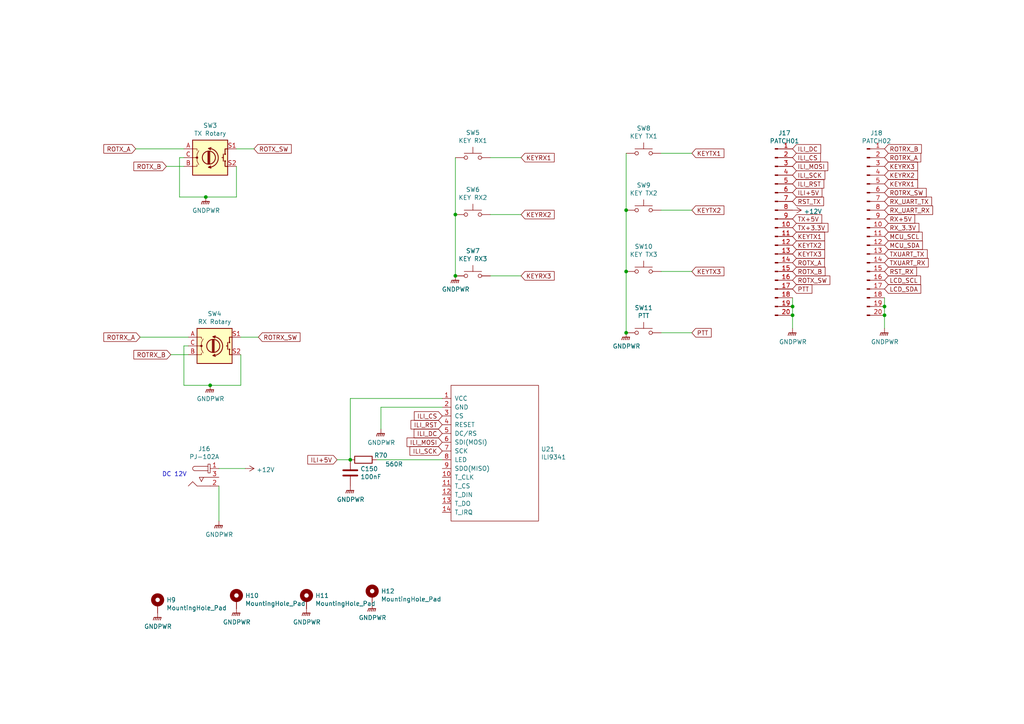
<source format=kicad_sch>
(kicad_sch (version 20231120) (generator "eeschema") (generator_version "8.0")
  (paper "A4")
  (lib_symbols
    (symbol "Device:C" (pin_numbers hide) (pin_names (offset 0.254))
      (property "Reference" "C" (at 0.635 2.54 0))
      (property "Value" "C" (at 0.635 -2.54 0))
      (symbol "C_0_1"
        (polyline (pts (xy -2.032 -0.762) (xy 2.032 -0.762)) (stroke (width 0.508)))
        (polyline (pts (xy -2.032 0.762) (xy 2.032 0.762)) (stroke (width 0.508)))
      )
      (symbol "C_1_1"
        (pin passive line (at 0 3.81 270) (length 2.794) (name "~") (number "1"))
        (pin passive line (at 0 -3.81 90) (length 2.794) (name "~") (number "2"))
      )
    )
    (symbol "Device:R" (pin_numbers hide) (pin_names (offset 0))
      (property "Reference" "R" (at 2.032 0 90))
      (property "Value" "R" (at 0 0 90))
      (symbol "R_0_1"
        (rectangle (start -1.016 -2.54) (end 1.016 2.54) (stroke (width 0.254)))
      )
      (symbol "R_1_1"
        (pin passive line (at 0 3.81 270) (length 1.27) (name "~") (number "1"))
        (pin passive line (at 0 -3.81 90) (length 1.27) (name "~") (number "2"))
      )
    )
    (symbol "ILI9341:ILI9341" (pin_names (offset 1.016))
      (property "Reference" "U" (at 11.43 -7.62 0))
      (property "Value" "ILI9341" (at 11.43 -11.43 0))
      (symbol "ILI9341_0_1"
        (rectangle (start -3.81 7.62) (end 21.59 -31.75))
      )
      (symbol "ILI9341_1_1"
        (pin input line (at -6.35 3.81 0) (length 2.54) (name "VCC") (number "1"))
        (pin input line (at -6.35 -19.05 0) (length 2.54) (name "T_CLK") (number "10"))
        (pin input line (at -6.35 -21.59 0) (length 2.54) (name "T_CS") (number "11"))
        (pin input line (at -6.35 -24.13 0) (length 2.54) (name "T_DIN") (number "12"))
        (pin input line (at -6.35 -26.67 0) (length 2.54) (name "T_DO") (number "13"))
        (pin input line (at -6.35 -29.21 0) (length 2.54) (name "T_IRQ") (number "14"))
        (pin input line (at -6.35 1.27 0) (length 2.54) (name "GND") (number "2"))
        (pin input line (at -6.35 -1.27 0) (length 2.54) (name "CS") (number "3"))
        (pin input line (at -6.35 -3.81 0) (length 2.54) (name "RESET") (number "4"))
        (pin input line (at -6.35 -6.35 0) (length 2.54) (name "DC/RS") (number "5"))
        (pin input line (at -6.35 -8.89 0) (length 2.54) (name "SDI(MOSI)") (number "6"))
        (pin input line (at -6.35 -11.43 0) (length 2.54) (name "SCK") (number "7"))
        (pin input line (at -6.35 -13.97 0) (length 2.54) (name "LED") (number "8"))
        (pin input line (at -6.35 -16.51 0) (length 2.54) (name "SDO(MISO)") (number "9"))
      )
    )
    (symbol "Mechanical:MountingHole_Pad" (pin_numbers hide) (pin_names (offset 1.016) hide) (exclude_from_sim yes) (in_bom no)
      (property "Reference" "H" (at 0 6.35 0))
      (property "Value" "MountingHole_Pad" (at 0 4.445 0))
      (symbol "MountingHole_Pad_0_1"
        (circle (center 0 1.27) (radius 1.27) (stroke (width 1.27)))
      )
      (symbol "MountingHole_Pad_1_1"
        (pin input line (at 0 -2.54 90) (length 2.54) (name "1") (number "1"))
      )
    )
    (symbol "QO100_TX-rescue:+12V-power" (power) (pin_names (offset 0))
      (property "Value" "power_+12V" (at 0 3.556 0))
      (symbol "+12V-power_0_1"
        (polyline (pts (xy -0.762 1.27) (xy 0 2.54)))
        (polyline (pts (xy 0 0) (xy 0 2.54)))
        (polyline (pts (xy 0 2.54) (xy 0.762 1.27)))
      )
      (symbol "+12V-power_1_1"
        (pin power_in line (at 0 0 90) (length 0) hide (name "+12V") (number "1"))
      )
    )
    (symbol "QO100_TX-rescue:Conn_01x20_Male-Connector" (pin_names (offset 1.016) hide)
      (property "Reference" "J" (at 0 25.4 0))
      (property "Value" "Connector_Conn_01x20_Male" (at 0 -27.94 0))
      (symbol "Conn_01x20_Male-Connector_1_1"
        (polyline (pts (xy 1.27 -25.4) (xy 0.8636 -25.4)) (stroke (width 0.1524)))
        (polyline (pts (xy 1.27 -22.86) (xy 0.8636 -22.86)) (stroke (width 0.1524)))
        (polyline (pts (xy 1.27 -20.32) (xy 0.8636 -20.32)) (stroke (width 0.1524)))
        (polyline (pts (xy 1.27 -17.78) (xy 0.8636 -17.78)) (stroke (width 0.1524)))
        (polyline (pts (xy 1.27 -15.24) (xy 0.8636 -15.24)) (stroke (width 0.1524)))
        (polyline (pts (xy 1.27 -12.7) (xy 0.8636 -12.7)) (stroke (width 0.1524)))
        (polyline (pts (xy 1.27 -10.16) (xy 0.8636 -10.16)) (stroke (width 0.1524)))
        (polyline (pts (xy 1.27 -7.62) (xy 0.8636 -7.62)) (stroke (width 0.1524)))
        (polyline (pts (xy 1.27 -5.08) (xy 0.8636 -5.08)) (stroke (width 0.1524)))
        (polyline (pts (xy 1.27 -2.54) (xy 0.8636 -2.54)) (stroke (width 0.1524)))
        (polyline (pts (xy 1.27 0) (xy 0.8636 0)) (stroke (width 0.1524)))
        (polyline (pts (xy 1.27 2.54) (xy 0.8636 2.54)) (stroke (width 0.1524)))
        (polyline (pts (xy 1.27 5.08) (xy 0.8636 5.08)) (stroke (width 0.1524)))
        (polyline (pts (xy 1.27 7.62) (xy 0.8636 7.62)) (stroke (width 0.1524)))
        (polyline (pts (xy 1.27 10.16) (xy 0.8636 10.16)) (stroke (width 0.1524)))
        (polyline (pts (xy 1.27 12.7) (xy 0.8636 12.7)) (stroke (width 0.1524)))
        (polyline (pts (xy 1.27 15.24) (xy 0.8636 15.24)) (stroke (width 0.1524)))
        (polyline (pts (xy 1.27 17.78) (xy 0.8636 17.78)) (stroke (width 0.1524)))
        (polyline (pts (xy 1.27 20.32) (xy 0.8636 20.32)) (stroke (width 0.1524)))
        (polyline (pts (xy 1.27 22.86) (xy 0.8636 22.86)) (stroke (width 0.1524)))
        (rectangle (start 0.8636 -25.273) (end 0 -25.527) (stroke (width 0.1524)) (fill (type outline)))
        (rectangle (start 0.8636 -22.733) (end 0 -22.987) (stroke (width 0.1524)) (fill (type outline)))
        (rectangle (start 0.8636 -20.193) (end 0 -20.447) (stroke (width 0.1524)) (fill (type outline)))
        (rectangle (start 0.8636 -17.653) (end 0 -17.907) (stroke (width 0.1524)) (fill (type outline)))
        (rectangle (start 0.8636 -15.113) (end 0 -15.367) (stroke (width 0.1524)) (fill (type outline)))
        (rectangle (start 0.8636 -12.573) (end 0 -12.827) (stroke (width 0.1524)) (fill (type outline)))
        (rectangle (start 0.8636 -10.033) (end 0 -10.287) (stroke (width 0.1524)) (fill (type outline)))
        (rectangle (start 0.8636 -7.493) (end 0 -7.747) (stroke (width 0.1524)) (fill (type outline)))
        (rectangle (start 0.8636 -4.953) (end 0 -5.207) (stroke (width 0.1524)) (fill (type outline)))
        (rectangle (start 0.8636 -2.413) (end 0 -2.667) (stroke (width 0.1524)) (fill (type outline)))
        (rectangle (start 0.8636 0.127) (end 0 -0.127) (stroke (width 0.1524)) (fill (type outline)))
        (rectangle (start 0.8636 2.667) (end 0 2.413) (stroke (width 0.1524)) (fill (type outline)))
        (rectangle (start 0.8636 5.207) (end 0 4.953) (stroke (width 0.1524)) (fill (type outline)))
        (rectangle (start 0.8636 7.747) (end 0 7.493) (stroke (width 0.1524)) (fill (type outline)))
        (rectangle (start 0.8636 10.287) (end 0 10.033) (stroke (width 0.1524)) (fill (type outline)))
        (rectangle (start 0.8636 12.827) (end 0 12.573) (stroke (width 0.1524)) (fill (type outline)))
        (rectangle (start 0.8636 15.367) (end 0 15.113) (stroke (width 0.1524)) (fill (type outline)))
        (rectangle (start 0.8636 17.907) (end 0 17.653) (stroke (width 0.1524)) (fill (type outline)))
        (rectangle (start 0.8636 20.447) (end 0 20.193) (stroke (width 0.1524)) (fill (type outline)))
        (rectangle (start 0.8636 22.987) (end 0 22.733) (stroke (width 0.1524)) (fill (type outline)))
        (pin passive line (at 5.08 22.86 180) (length 3.81) (name "Pin_1") (number "1"))
        (pin passive line (at 5.08 0 180) (length 3.81) (name "Pin_10") (number "10"))
        (pin passive line (at 5.08 -2.54 180) (length 3.81) (name "Pin_11") (number "11"))
        (pin passive line (at 5.08 -5.08 180) (length 3.81) (name "Pin_12") (number "12"))
        (pin passive line (at 5.08 -7.62 180) (length 3.81) (name "Pin_13") (number "13"))
        (pin passive line (at 5.08 -10.16 180) (length 3.81) (name "Pin_14") (number "14"))
        (pin passive line (at 5.08 -12.7 180) (length 3.81) (name "Pin_15") (number "15"))
        (pin passive line (at 5.08 -15.24 180) (length 3.81) (name "Pin_16") (number "16"))
        (pin passive line (at 5.08 -17.78 180) (length 3.81) (name "Pin_17") (number "17"))
        (pin passive line (at 5.08 -20.32 180) (length 3.81) (name "Pin_18") (number "18"))
        (pin passive line (at 5.08 -22.86 180) (length 3.81) (name "Pin_19") (number "19"))
        (pin passive line (at 5.08 20.32 180) (length 3.81) (name "Pin_2") (number "2"))
        (pin passive line (at 5.08 -25.4 180) (length 3.81) (name "Pin_20") (number "20"))
        (pin passive line (at 5.08 17.78 180) (length 3.81) (name "Pin_3") (number "3"))
        (pin passive line (at 5.08 15.24 180) (length 3.81) (name "Pin_4") (number "4"))
        (pin passive line (at 5.08 12.7 180) (length 3.81) (name "Pin_5") (number "5"))
        (pin passive line (at 5.08 10.16 180) (length 3.81) (name "Pin_6") (number "6"))
        (pin passive line (at 5.08 7.62 180) (length 3.81) (name "Pin_7") (number "7"))
        (pin passive line (at 5.08 5.08 180) (length 3.81) (name "Pin_8") (number "8"))
        (pin passive line (at 5.08 2.54 180) (length 3.81) (name "Pin_9") (number "9"))
      )
    )
    (symbol "QO100_TX-rescue:GNDPWR-power" (power) (pin_names (offset 0))
      (property "Value" "power_GNDPWR" (at 0 -3.302 0))
      (symbol "GNDPWR-power_0_1"
        (polyline (pts (xy 0 -1.27) (xy 0 0)))
        (polyline (pts (xy -1.016 -1.27) (xy -1.27 -2.032) (xy -1.27 -2.032)) (stroke (width 0.2032)))
        (polyline (pts (xy -0.508 -1.27) (xy -0.762 -2.032) (xy -0.762 -2.032)) (stroke (width 0.2032)))
        (polyline (pts (xy 0 -1.27) (xy -0.254 -2.032) (xy -0.254 -2.032)) (stroke (width 0.2032)))
        (polyline (pts (xy 0.508 -1.27) (xy 0.254 -2.032) (xy 0.254 -2.032)) (stroke (width 0.2032)))
        (polyline (pts (xy 1.016 -1.27) (xy -1.016 -1.27) (xy -1.016 -1.27)) (stroke (width 0.2032)))
        (polyline (pts (xy 1.016 -1.27) (xy 0.762 -2.032) (xy 0.762 -2.032) (xy 0.762 -2.032)) (stroke (width 0.2032)))
      )
      (symbol "GNDPWR-power_1_1"
        (pin power_in line (at 0 0 270) (length 0) hide (name "GNDPWR") (number "1"))
      )
    )
    (symbol "QO100_TX-rescue:PJ-102A-dk_Barrel-Power-Connectors" (pin_names (offset 1.016))
      (property "Reference" "J" (at 0 2.54 0))
      (property "Value" "dk_Barrel-Power-Connectors_PJ-102A" (at 0 -6.35 0))
      (symbol "PJ-102A-dk_Barrel-Power-Connectors_0_1"
        (arc (start -4.445 0.635) (mid -5.08 0) (end -4.445 -0.635))
        (rectangle (start -0.635 1.27) (end 0 -1.27))
        (polyline (pts (xy -0.635 -0.635) (xy -4.445 -0.635)))
        (polyline (pts (xy -0.635 0.635) (xy -4.445 0.635)))
        (polyline (pts (xy 0 -2.54) (xy -1.27 -2.54) (xy -2.54 -2.54)))
        (polyline (pts (xy 0 -5.08) (xy -3.81 -5.08) (xy -5.08 -3.81) (xy -6.35 -5.08)))
        (polyline (pts (xy -2.54 -2.54) (xy -3.175 -2.54) (xy -2.54 -3.81) (xy -1.905 -2.54) (xy -2.54 -2.54)))
      )
      (symbol "PJ-102A-dk_Barrel-Power-Connectors_1_1"
        (pin passive line (at 2.54 0 180) (length 2.54) (name "~") (number "1"))
        (pin passive line (at 2.54 -5.08 180) (length 2.54) (name "~") (number "2"))
        (pin passive line (at 2.54 -2.54 180) (length 2.54) (name "~") (number "3"))
      )
    )
    (symbol "QO100_TX-rescue:Rotary_Encoder_Switch-Device" (pin_names (offset 0.254) hide)
      (property "Reference" "SW" (at 0 6.604 0))
      (property "Value" "Device_Rotary_Encoder_Switch" (at 0 -6.604 0))
      (symbol "Rotary_Encoder_Switch-Device_0_1"
        (rectangle (start -5.08 5.08) (end 5.08 -5.08) (stroke (width 0.254)) (fill (type background)))
        (circle (center -3.81 0) (radius 0.254) (fill (type outline)))
        (arc (start -0.381 -2.794) (mid 2.3622 -0.0508) (end -0.381 2.667) (stroke (width 0.254)))
        (circle (center -0.381 0) (radius 1.905) (stroke (width 0.254)))
        (polyline (pts (xy -0.635 -1.778) (xy -0.635 1.778)) (stroke (width 0.254)))
        (polyline (pts (xy -0.381 -1.778) (xy -0.381 1.778)) (stroke (width 0.254)))
        (polyline (pts (xy -0.127 1.778) (xy -0.127 -1.778)) (stroke (width 0.254)))
        (polyline (pts (xy 3.81 0) (xy 3.429 0)) (stroke (width 0.254)))
        (polyline (pts (xy 3.81 1.016) (xy 3.81 -1.016)) (stroke (width 0.254)))
        (polyline (pts (xy -5.08 -2.54) (xy -3.81 -2.54) (xy -3.81 -2.032)))
        (polyline (pts (xy -5.08 2.54) (xy -3.81 2.54) (xy -3.81 2.032)))
        (polyline (pts (xy 0.254 -3.048) (xy -0.508 -2.794) (xy 0.127 -2.413)) (stroke (width 0.254)))
        (polyline (pts (xy 0.254 2.921) (xy -0.508 2.667) (xy 0.127 2.286)) (stroke (width 0.254)))
        (polyline (pts (xy 5.08 -2.54) (xy 4.318 -2.54) (xy 4.318 -1.016)) (stroke (width 0.254)))
        (polyline (pts (xy 5.08 2.54) (xy 4.318 2.54) (xy 4.318 1.016)) (stroke (width 0.254)))
        (polyline (pts (xy -5.08 0) (xy -3.81 0) (xy -3.81 -1.016) (xy -3.302 -2.032)))
        (polyline (pts (xy -4.318 0) (xy -3.81 0) (xy -3.81 1.016) (xy -3.302 2.032)))
        (circle (center 4.318 -1.016) (radius 0.127) (stroke (width 0.254)))
        (circle (center 4.318 1.016) (radius 0.127) (stroke (width 0.254)))
      )
      (symbol "Rotary_Encoder_Switch-Device_1_1"
        (pin passive line (at -7.62 2.54 0) (length 2.54) (name "A") (number "A"))
        (pin passive line (at -7.62 -2.54 0) (length 2.54) (name "B") (number "B"))
        (pin passive line (at -7.62 0 0) (length 2.54) (name "C") (number "C"))
        (pin passive line (at 7.62 2.54 180) (length 2.54) (name "S1") (number "S1"))
        (pin passive line (at 7.62 -2.54 180) (length 2.54) (name "S2") (number "S2"))
      )
    )
    (symbol "Switch:SW_Push" (pin_numbers hide) (pin_names (offset 1.016) hide)
      (property "Reference" "SW" (at 1.27 2.54 0))
      (property "Value" "SW_Push" (at 0 -1.524 0))
      (symbol "SW_Push_0_1"
        (circle (center -2.032 0) (radius 0.508))
        (polyline (pts (xy 0 1.27) (xy 0 3.048)))
        (polyline (pts (xy 2.54 1.27) (xy -2.54 1.27)))
        (circle (center 2.032 0) (radius 0.508))
        (pin passive line (at -5.08 0 0) (length 2.54) (name "1") (number "1"))
        (pin passive line (at 5.08 0 180) (length 2.54) (name "2") (number "2"))
      )
    )
  )
  (junction (at 256.54 88.9))
  (junction (at 181.61 78.74))
  (junction (at 229.87 91.44))
  (junction (at 59.69 57.15))
  (junction (at 132.08 80.01))
  (junction (at 132.08 62.23))
  (junction (at 181.61 60.96))
  (junction (at 60.96 111.76))
  (junction (at 101.6 133.35))
  (junction (at 181.61 96.52))
  (junction (at 229.87 88.9))
  (junction (at 256.54 91.44))
  (wire (pts (xy 191.77 96.52) (xy 200.66 96.52)))
  (wire (pts (xy 191.77 60.96) (xy 200.66 60.96)))
  (wire (pts (xy 68.58 43.18) (xy 73.66 43.18)))
  (wire (pts (xy 69.85 111.76) (xy 60.96 111.76)))
  (wire (pts (xy 142.24 80.01) (xy 151.13 80.01)))
  (wire (pts (xy 181.61 44.45) (xy 181.61 60.96)))
  (wire (pts (xy 191.77 78.74) (xy 200.66 78.74)))
  (wire (pts (xy 52.07 45.72) (xy 52.07 57.15)))
  (wire (pts (xy 53.34 100.33) (xy 53.34 111.76)))
  (wire (pts (xy 53.34 45.72) (xy 52.07 45.72)))
  (wire (pts (xy 101.6 115.57) (xy 128.27 115.57)))
  (wire (pts (xy 256.54 95.25) (xy 256.54 91.44)))
  (wire (pts (xy 109.22 133.35) (xy 128.27 133.35)))
  (wire (pts (xy 256.54 91.44) (xy 256.54 88.9)))
  (wire (pts (xy 181.61 78.74) (xy 181.61 96.52)))
  (wire (pts (xy 48.26 48.26) (xy 53.34 48.26)))
  (wire (pts (xy 128.27 118.11) (xy 110.49 118.11)))
  (wire (pts (xy 49.53 102.87) (xy 54.61 102.87)))
  (wire (pts (xy 69.85 97.79) (xy 74.93 97.79)))
  (wire (pts (xy 54.61 97.79) (xy 40.64 97.79)))
  (wire (pts (xy 60.96 111.76) (xy 53.34 111.76)))
  (wire (pts (xy 132.08 45.72) (xy 132.08 62.23)))
  (wire (pts (xy 132.08 62.23) (xy 132.08 80.01)))
  (wire (pts (xy 142.24 45.72) (xy 151.13 45.72)))
  (wire (pts (xy 68.58 48.26) (xy 68.58 57.15)))
  (wire (pts (xy 110.49 118.11) (xy 110.49 124.46)))
  (wire (pts (xy 181.61 60.96) (xy 181.61 78.74)))
  (wire (pts (xy 63.5 135.89) (xy 71.12 135.89)))
  (wire (pts (xy 101.6 133.35) (xy 101.6 115.57)))
  (wire (pts (xy 97.79 133.35) (xy 101.6 133.35)))
  (wire (pts (xy 142.24 62.23) (xy 151.13 62.23)))
  (wire (pts (xy 69.85 102.87) (xy 69.85 111.76)))
  (wire (pts (xy 59.69 57.15) (xy 52.07 57.15)))
  (wire (pts (xy 53.34 43.18) (xy 39.37 43.18)))
  (wire (pts (xy 229.87 91.44) (xy 229.87 95.25)))
  (wire (pts (xy 54.61 100.33) (xy 53.34 100.33)))
  (wire (pts (xy 68.58 57.15) (xy 59.69 57.15)))
  (wire (pts (xy 63.5 140.97) (xy 63.5 151.13)))
  (wire (pts (xy 229.87 91.44) (xy 229.87 88.9)))
  (wire (pts (xy 229.87 86.36) (xy 229.87 88.9)))
  (wire (pts (xy 191.77 44.45) (xy 200.66 44.45)))
  (wire (pts (xy 256.54 88.9) (xy 256.54 86.36)))
  (text "DC 12V" (at 46.99 138.43 0) (effects (font (size 1.27 1.27)) (justify left bottom)))
  (global_label "KEYTX2" (shape input) (at 200.66 60.96 0) (property "Intersheetrefs" "${INTERSHEET_REFS}" (effects (hide yes))))
  (global_label "ILI+5V" (shape input) (at 97.79 133.35 180) (property "Intersheetrefs" "${INTERSHEET_REFS}" (effects (hide yes))))
  (global_label "ILI+5V" (shape input) (at 229.87 55.88 0) (property "Intersheetrefs" "${INTERSHEET_REFS}" (effects (hide yes))))
  (global_label "TX+5V" (shape input) (at 229.87 63.5 0) (property "Intersheetrefs" "${INTERSHEET_REFS}" (effects (hide yes))))
  (global_label "KEYTX1" (shape input) (at 200.66 44.45 0) (property "Intersheetrefs" "${INTERSHEET_REFS}" (effects (hide yes))))
  (global_label "KEYTX3" (shape input) (at 200.66 78.74 0) (property "Intersheetrefs" "${INTERSHEET_REFS}" (effects (hide yes))))
  (global_label "TXUART_TX" (shape input) (at 256.54 73.66 0) (property "Intersheetrefs" "${INTERSHEET_REFS}" (effects (hide yes))))
  (global_label "KEYTX1" (shape input) (at 229.87 68.58 0) (property "Intersheetrefs" "${INTERSHEET_REFS}" (effects (hide yes))))
  (global_label "ROTRX_B" (shape input) (at 49.53 102.87 180) (property "Intersheetrefs" "${INTERSHEET_REFS}" (effects (hide yes))))
  (global_label "RST_RX" (shape input) (at 256.54 78.74 0) (property "Intersheetrefs" "${INTERSHEET_REFS}" (effects (hide yes))))
  (global_label "ROTX_B" (shape input) (at 48.26 48.26 180) (property "Intersheetrefs" "${INTERSHEET_REFS}" (effects (hide yes))))
  (global_label "RX_UART_RX" (shape input) (at 256.54 60.96 0) (property "Intersheetrefs" "${INTERSHEET_REFS}" (effects (hide yes))))
  (global_label "ILI_SCK" (shape input) (at 229.87 50.8 0) (property "Intersheetrefs" "${INTERSHEET_REFS}" (effects (hide yes))))
  (global_label "KEYRX1" (shape input) (at 256.54 53.34 0) (property "Intersheetrefs" "${INTERSHEET_REFS}" (effects (hide yes))))
  (global_label "ROTX_A" (shape input) (at 39.37 43.18 180) (property "Intersheetrefs" "${INTERSHEET_REFS}" (effects (hide yes))))
  (global_label "ILI_CS" (shape input) (at 128.27 120.65 180) (property "Intersheetrefs" "${INTERSHEET_REFS}" (effects (hide yes))))
  (global_label "ROTRX_A" (shape input) (at 40.64 97.79 180) (property "Intersheetrefs" "${INTERSHEET_REFS}" (effects (hide yes))))
  (global_label "ILI_DC" (shape input) (at 229.87 43.18 0) (property "Intersheetrefs" "${INTERSHEET_REFS}" (effects (hide yes))))
  (global_label "MCU_SDA" (shape input) (at 256.54 71.12 0) (property "Intersheetrefs" "${INTERSHEET_REFS}" (effects (hide yes))))
  (global_label "ROTX_SW" (shape input) (at 229.87 81.28 0) (property "Intersheetrefs" "${INTERSHEET_REFS}" (effects (hide yes))))
  (global_label "KEYRX3" (shape input) (at 151.13 80.01 0) (property "Intersheetrefs" "${INTERSHEET_REFS}" (effects (hide yes))))
  (global_label "ILI_RST" (shape input) (at 229.87 53.34 0) (property "Intersheetrefs" "${INTERSHEET_REFS}" (effects (hide yes))))
  (global_label "TX+3.3V" (shape input) (at 229.87 66.04 0) (property "Intersheetrefs" "${INTERSHEET_REFS}" (effects (hide yes))))
  (global_label "KEYRX2" (shape input) (at 151.13 62.23 0) (property "Intersheetrefs" "${INTERSHEET_REFS}" (effects (hide yes))))
  (global_label "KEYRX1" (shape input) (at 151.13 45.72 0) (property "Intersheetrefs" "${INTERSHEET_REFS}" (effects (hide yes))))
  (global_label "LCD_SCL" (shape input) (at 256.54 81.28 0) (property "Intersheetrefs" "${INTERSHEET_REFS}" (effects (hide yes))))
  (global_label "KEYRX3" (shape input) (at 256.54 48.26 0) (property "Intersheetrefs" "${INTERSHEET_REFS}" (effects (hide yes))))
  (global_label "ROTRX_SW" (shape input) (at 74.93 97.79 0) (property "Intersheetrefs" "${INTERSHEET_REFS}" (effects (hide yes))))
  (global_label "RX_3.3V" (shape input) (at 256.54 66.04 0) (property "Intersheetrefs" "${INTERSHEET_REFS}" (effects (hide yes))))
  (global_label "ILI_SCK" (shape input) (at 128.27 130.81 180) (property "Intersheetrefs" "${INTERSHEET_REFS}" (effects (hide yes))))
  (global_label "KEYTX2" (shape input) (at 229.87 71.12 0) (property "Intersheetrefs" "${INTERSHEET_REFS}" (effects (hide yes))))
  (global_label "ROTRX_A" (shape input) (at 256.54 45.72 0) (property "Intersheetrefs" "${INTERSHEET_REFS}" (effects (hide yes))))
  (global_label "PTT" (shape input) (at 229.87 83.82 0) (property "Intersheetrefs" "${INTERSHEET_REFS}" (effects (hide yes))))
  (global_label "RX_UART_TX" (shape input) (at 256.54 58.42 0) (property "Intersheetrefs" "${INTERSHEET_REFS}" (effects (hide yes))))
  (global_label "ROTX_A" (shape input) (at 229.87 76.2 0) (property "Intersheetrefs" "${INTERSHEET_REFS}" (effects (hide yes))))
  (global_label "ROTRX_B" (shape input) (at 256.54 43.18 0) (property "Intersheetrefs" "${INTERSHEET_REFS}" (effects (hide yes))))
  (global_label "ILI_MOSI" (shape input) (at 229.87 48.26 0) (property "Intersheetrefs" "${INTERSHEET_REFS}" (effects (hide yes))))
  (global_label "ROTX_SW" (shape input) (at 73.66 43.18 0) (property "Intersheetrefs" "${INTERSHEET_REFS}" (effects (hide yes))))
  (global_label "ILI_RST" (shape input) (at 128.27 123.19 180) (property "Intersheetrefs" "${INTERSHEET_REFS}" (effects (hide yes))))
  (global_label "KEYRX2" (shape input) (at 256.54 50.8 0) (property "Intersheetrefs" "${INTERSHEET_REFS}" (effects (hide yes))))
  (global_label "ILI_CS" (shape input) (at 229.87 45.72 0) (property "Intersheetrefs" "${INTERSHEET_REFS}" (effects (hide yes))))
  (global_label "PTT" (shape input) (at 200.66 96.52 0) (property "Intersheetrefs" "${INTERSHEET_REFS}" (effects (hide yes))))
  (global_label "TXUART_RX" (shape input) (at 256.54 76.2 0) (property "Intersheetrefs" "${INTERSHEET_REFS}" (effects (hide yes))))
  (global_label "ILI_DC" (shape input) (at 128.27 125.73 180) (property "Intersheetrefs" "${INTERSHEET_REFS}" (effects (hide yes))))
  (global_label "RST_TX" (shape input) (at 229.87 58.42 0) (property "Intersheetrefs" "${INTERSHEET_REFS}" (effects (hide yes))))
  (global_label "LCD_SDA" (shape input) (at 256.54 83.82 0) (property "Intersheetrefs" "${INTERSHEET_REFS}" (effects (hide yes))))
  (global_label "KEYTX3" (shape input) (at 229.87 73.66 0) (property "Intersheetrefs" "${INTERSHEET_REFS}" (effects (hide yes))))
  (global_label "MCU_SCL" (shape input) (at 256.54 68.58 0) (property "Intersheetrefs" "${INTERSHEET_REFS}" (effects (hide yes))))
  (global_label "ROTRX_SW" (shape input) (at 256.54 55.88 0) (property "Intersheetrefs" "${INTERSHEET_REFS}" (effects (hide yes))))
  (global_label "RX+5V" (shape input) (at 256.54 63.5 0) (property "Intersheetrefs" "${INTERSHEET_REFS}" (effects (hide yes))))
  (global_label "ROTX_B" (shape input) (at 229.87 78.74 0) (property "Intersheetrefs" "${INTERSHEET_REFS}" (effects (hide yes))))
  (global_label "ILI_MOSI" (shape input) (at 128.27 128.27 180) (property "Intersheetrefs" "${INTERSHEET_REFS}" (effects (hide yes))))
  (symbol (lib_id "Mechanical:MountingHole_Pad") (at 45.72 175.26 0) (unit 1)
    (property "Reference" "H9" (at 48.26 174.0154 0) (effects (justify left)))
    (property "Value" "MountingHole_Pad" (at 48.26 176.3268 0) (effects (justify left)))
    (property "Footprint" "MountingHole:MountingHole_3.2mm_M3_DIN965_Pad" (effects (hide yes)))
  )
  (symbol (lib_id "QO100_TX-rescue:Conn_01x20_Male-Connector") (at 251.46 66.04 0) (unit 1)
    (property "Reference" "J18" (at 254.2032 38.5826 0))
    (property "Value" "PATCH02" (at 254.2032 40.894 0))
    (property "Footprint" "Connector_PinHeader_2.54mm:PinHeader_1x20_P2.54mm_Vertical" (effects (hide yes)))
  )
  (symbol (lib_id "Switch:SW_Push") (at 186.69 96.52 0) (unit 1)
    (property "Reference" "SW11" (at 186.69 89.281 0))
    (property "Value" "PTT" (at 186.69 91.5924 0))
    (property "Footprint" "Button_Switch_THT:SW_PUSH_6mm" (effects (hide yes)))
  )
  (symbol (lib_id "QO100_TX-rescue:GNDPWR-power") (at 68.58 176.53 0) (unit 1)
    (property "Reference" "#PWR186" (effects (hide yes)))
    (property "Value" "GNDPWR" (at 68.6816 180.4416 0))
  )
  (symbol (lib_id "Device:R") (at 105.41 133.35 270) (unit 1)
    (property "Reference" "R70" (at 110.49 132.08 90))
    (property "Value" "560R" (at 114.3 134.62 90))
    (property "Footprint" "Resistor_THT:R_Axial_DIN0207_L6.3mm_D2.5mm_P7.62mm_Horizontal" (effects (hide yes)))
  )
  (symbol (lib_id "QO100_TX-rescue:GNDPWR-power") (at 256.54 95.25 0) (unit 1)
    (property "Reference" "#PWR196" (effects (hide yes)))
    (property "Value" "GNDPWR" (at 256.6416 99.1616 0))
  )
  (symbol (lib_id "QO100_TX-rescue:GNDPWR-power") (at 132.08 80.01 0) (unit 1)
    (property "Reference" "#PWR192" (effects (hide yes)))
    (property "Value" "GNDPWR" (at 132.1816 83.9216 0))
  )
  (symbol (lib_id "QO100_TX-rescue:GNDPWR-power") (at 59.69 57.15 0) (unit 1)
    (property "Reference" "#PWR183" (effects (hide yes)))
    (property "Value" "GNDPWR" (at 59.7916 61.0616 0))
  )
  (symbol (lib_id "Mechanical:MountingHole_Pad") (at 68.58 173.99 0) (unit 1)
    (property "Reference" "H10" (at 71.12 172.7454 0) (effects (justify left)))
    (property "Value" "MountingHole_Pad" (at 71.12 175.0568 0) (effects (justify left)))
    (property "Footprint" "MountingHole:MountingHole_3.2mm_M3_DIN965_Pad" (effects (hide yes)))
  )
  (symbol (lib_id "QO100_TX-rescue:+12V-power") (at 229.87 60.96 270) (unit 1)
    (property "Reference" "#PWR194" (effects (hide yes)))
    (property "Value" "+12V" (at 233.1212 61.341 90) (effects (justify left)))
  )
  (symbol (lib_id "Switch:SW_Push") (at 186.69 44.45 0) (unit 1)
    (property "Reference" "SW8" (at 186.69 37.211 0))
    (property "Value" "KEY TX1" (at 186.69 39.5224 0))
    (property "Footprint" "Button_Switch_THT:SW_PUSH_6mm" (effects (hide yes)))
  )
  (symbol (lib_id "QO100_TX-rescue:GNDPWR-power") (at 181.61 96.52 0) (unit 1)
    (property "Reference" "#PWR193" (effects (hide yes)))
    (property "Value" "GNDPWR" (at 181.7116 100.4316 0))
  )
  (symbol (lib_id "QO100_TX-rescue:GNDPWR-power") (at 60.96 111.76 0) (unit 1)
    (property "Reference" "#PWR184" (effects (hide yes)))
    (property "Value" "GNDPWR" (at 61.0616 115.6716 0))
  )
  (symbol (lib_id "Switch:SW_Push") (at 137.16 62.23 0) (unit 1)
    (property "Reference" "SW6" (at 137.16 54.991 0))
    (property "Value" "KEY RX2" (at 137.16 57.3024 0))
    (property "Footprint" "Button_Switch_THT:SW_PUSH_6mm" (effects (hide yes)))
  )
  (symbol (lib_id "QO100_TX-rescue:GNDPWR-power") (at 63.5 151.13 0) (unit 1)
    (property "Reference" "#PWR185" (effects (hide yes)))
    (property "Value" "GNDPWR" (at 63.6016 155.0416 0))
  )
  (symbol (lib_id "QO100_TX-rescue:GNDPWR-power") (at 88.9 176.53 0) (unit 1)
    (property "Reference" "#PWR188" (effects (hide yes)))
    (property "Value" "GNDPWR" (at 89.0016 180.4416 0))
  )
  (symbol (lib_id "QO100_TX-rescue:Conn_01x20_Male-Connector") (at 224.79 66.04 0) (unit 1)
    (property "Reference" "J17" (at 227.5332 38.5826 0))
    (property "Value" "PATCH01" (at 227.5332 40.894 0))
    (property "Footprint" "Connector_PinHeader_2.54mm:PinHeader_1x20_P2.54mm_Vertical" (effects (hide yes)))
  )
  (symbol (lib_id "ILI9341:ILI9341") (at 134.62 119.38 0) (unit 1)
    (property "Reference" "U21" (at 156.9212 130.2766 0) (effects (justify left)))
    (property "Value" "ILI9341" (at 156.9212 132.588 0) (effects (justify left)))
    (property "Footprint" "ILI9341_32:ILI9341_32" (effects (hide yes)))
  )
  (symbol (lib_id "QO100_TX-rescue:PJ-102A-dk_Barrel-Power-Connectors") (at 60.96 135.89 0) (unit 1)
    (property "Reference" "J16" (at 59.2582 130.175 0))
    (property "Value" "PJ-102A" (at 59.2582 132.4864 0))
    (property "Footprint" "digikey-footprints:Barrel_Jack_5.5mmODx2.1mmID_PJ-102A" (effects (hide yes)))
    (property "Datasheet" "https://www.cui.com/product/resource/digikeypdf/pj-102a.pdf" (effects (hide yes)))
    (property "Description" "CONN PWR JACK 2X5.5MM SOLDER" (effects (hide yes)))
    (property "Digi-Key_PN" "CP-102A-ND" (effects (hide yes)))
    (property "MPN" "PJ-102A" (effects (hide yes)))
    (property "Category" "Connectors, Interconnects" (effects (hide yes)))
    (property "Family" "Barrel - Power Connectors" (effects (hide yes)))
    (property "DK_Datasheet_Link" "https://www.cui.com/product/resource/digikeypdf/pj-102a.pdf" (effects (hide yes)))
    (property "DK_Detail_Page" "/product-detail/en/cui-inc/PJ-102A/CP-102A-ND/275425" (effects (hide yes)))
    (property "Manufacturer" "CUI Inc." (effects (hide yes)))
    (property "Status" "Active" (effects (hide yes)))
  )
  (symbol (lib_id "Mechanical:MountingHole_Pad") (at 88.9 173.99 0) (unit 1)
    (property "Reference" "H11" (at 91.44 172.7454 0) (effects (justify left)))
    (property "Value" "MountingHole_Pad" (at 91.44 175.0568 0) (effects (justify left)))
    (property "Footprint" "MountingHole:MountingHole_3.2mm_M3_DIN965_Pad" (effects (hide yes)))
  )
  (symbol (lib_id "QO100_TX-rescue:GNDPWR-power") (at 107.95 175.26 0) (unit 1)
    (property "Reference" "#PWR190" (effects (hide yes)))
    (property "Value" "GNDPWR" (at 108.0516 179.1716 0))
  )
  (symbol (lib_id "QO100_TX-rescue:+12V-power") (at 71.12 135.89 270) (unit 1)
    (property "Reference" "#PWR187" (effects (hide yes)))
    (property "Value" "+12V" (at 74.3712 136.271 90) (effects (justify left)))
  )
  (symbol (lib_id "QO100_TX-rescue:Rotary_Encoder_Switch-Device") (at 62.23 100.33 0) (unit 1)
    (property "Reference" "SW4" (at 62.23 91.0082 0))
    (property "Value" "RX Rotary" (at 62.23 93.3196 0))
    (property "Footprint" "Rotary_Encoder:RotaryEncoder_Alps_EC11E-Switch_Vertical_H20mm" (effects (hide yes)))
  )
  (symbol (lib_id "QO100_TX-rescue:GNDPWR-power") (at 45.72 177.8 0) (unit 1)
    (property "Reference" "#PWR182" (effects (hide yes)))
    (property "Value" "GNDPWR" (at 45.8216 181.7116 0))
  )
  (symbol (lib_id "Switch:SW_Push") (at 137.16 80.01 0) (unit 1)
    (property "Reference" "SW7" (at 137.16 72.771 0))
    (property "Value" "KEY RX3" (at 137.16 75.0824 0))
    (property "Footprint" "Button_Switch_THT:SW_PUSH_6mm" (effects (hide yes)))
  )
  (symbol (lib_id "Device:C") (at 101.6 137.16 0) (unit 1)
    (property "Reference" "C150" (at 104.521 135.9916 0) (effects (justify left)))
    (property "Value" "100nF" (at 104.521 138.303 0) (effects (justify left)))
    (property "Footprint" "Capacitor_THT:C_Disc_D3.0mm_W1.6mm_P2.50mm" (effects (hide yes)))
  )
  (symbol (lib_id "Switch:SW_Push") (at 186.69 78.74 0) (unit 1)
    (property "Reference" "SW10" (at 186.69 71.501 0))
    (property "Value" "KEY TX3" (at 186.69 73.8124 0))
    (property "Footprint" "Button_Switch_THT:SW_PUSH_6mm" (effects (hide yes)))
  )
  (symbol (lib_id "Switch:SW_Push") (at 137.16 45.72 0) (unit 1)
    (property "Reference" "SW5" (at 137.16 38.481 0))
    (property "Value" "KEY RX1" (at 137.16 40.7924 0))
    (property "Footprint" "Button_Switch_THT:SW_PUSH_6mm" (effects (hide yes)))
  )
  (symbol (lib_id "Mechanical:MountingHole_Pad") (at 107.95 172.72 0) (unit 1)
    (property "Reference" "H12" (at 110.49 171.4754 0) (effects (justify left)))
    (property "Value" "MountingHole_Pad" (at 110.49 173.7868 0) (effects (justify left)))
    (property "Footprint" "MountingHole:MountingHole_3.2mm_M3_DIN965_Pad" (effects (hide yes)))
  )
  (symbol (lib_id "QO100_TX-rescue:GNDPWR-power") (at 110.49 124.46 0) (unit 1)
    (property "Reference" "#PWR191" (effects (hide yes)))
    (property "Value" "GNDPWR" (at 110.5916 128.3716 0))
  )
  (symbol (lib_id "QO100_TX-rescue:GNDPWR-power") (at 229.87 95.25 0) (unit 1)
    (property "Reference" "#PWR195" (effects (hide yes)))
    (property "Value" "GNDPWR" (at 229.9716 99.1616 0))
  )
  (symbol (lib_id "QO100_TX-rescue:Rotary_Encoder_Switch-Device") (at 60.96 45.72 0) (unit 1)
    (property "Reference" "SW3" (at 60.96 36.3982 0))
    (property "Value" "TX Rotary" (at 60.96 38.7096 0))
    (property "Footprint" "Rotary_Encoder:RotaryEncoder_Alps_EC11E-Switch_Vertical_H20mm" (effects (hide yes)))
  )
  (symbol (lib_id "Switch:SW_Push") (at 186.69 60.96 0) (unit 1)
    (property "Reference" "SW9" (at 186.69 53.721 0))
    (property "Value" "KEY TX2" (at 186.69 56.0324 0))
    (property "Footprint" "Button_Switch_THT:SW_PUSH_6mm" (effects (hide yes)))
  )
  (symbol (lib_id "QO100_TX-rescue:GNDPWR-power") (at 101.6 140.97 0) (unit 1)
    (property "Reference" "#PWR189" (effects (hide yes)))
    (property "Value" "GNDPWR" (at 101.7016 144.8816 0))
  )
)
</source>
